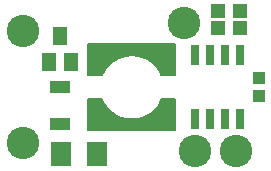
<source format=gts>
G75*
%MOIN*%
%OFA0B0*%
%FSLAX25Y25*%
%IPPOS*%
%LPD*%
%AMOC8*
5,1,8,0,0,1.08239X$1,22.5*
%
%ADD10R,0.05800X0.05800*%
%ADD11C,0.00500*%
%ADD12C,0.00160*%
%ADD13R,0.04737X0.06312*%
%ADD14C,0.10800*%
%ADD15R,0.07099X0.08280*%
%ADD16R,0.02965X0.06706*%
%ADD17R,0.07099X0.04343*%
%ADD18R,0.03950X0.03950*%
%ADD19R,0.04540X0.04540*%
D10*
X0060811Y0020939D03*
X0060811Y0044561D03*
D11*
X0063370Y0044372D02*
X0034630Y0044372D01*
X0034630Y0044870D02*
X0063370Y0044870D01*
X0063370Y0045369D02*
X0034630Y0045369D01*
X0034630Y0045868D02*
X0063370Y0045868D01*
X0063370Y0046366D02*
X0034630Y0046366D01*
X0034630Y0046865D02*
X0063370Y0046865D01*
X0063370Y0047120D02*
X0063370Y0036884D01*
X0058843Y0036884D01*
X0058480Y0038141D01*
X0057926Y0039326D01*
X0057192Y0040410D01*
X0056299Y0041366D01*
X0055267Y0042170D01*
X0054121Y0042803D01*
X0052891Y0043249D01*
X0051606Y0043497D01*
X0050299Y0043541D01*
X0049000Y0043380D01*
X0047694Y0043588D01*
X0046371Y0043580D01*
X0045068Y0043354D01*
X0043819Y0042918D01*
X0042659Y0042283D01*
X0041619Y0041466D01*
X0040727Y0040489D01*
X0040007Y0039379D01*
X0039479Y0038167D01*
X0039157Y0036884D01*
X0034630Y0036884D01*
X0034630Y0047120D01*
X0063370Y0047120D01*
X0063370Y0043873D02*
X0034630Y0043873D01*
X0034630Y0043375D02*
X0045189Y0043375D01*
X0043744Y0042876D02*
X0034630Y0042876D01*
X0034630Y0042378D02*
X0042834Y0042378D01*
X0042146Y0041879D02*
X0034630Y0041879D01*
X0034630Y0041381D02*
X0041542Y0041381D01*
X0041086Y0040882D02*
X0034630Y0040882D01*
X0034630Y0040384D02*
X0040659Y0040384D01*
X0040336Y0039885D02*
X0034630Y0039885D01*
X0034630Y0039387D02*
X0040012Y0039387D01*
X0039794Y0038888D02*
X0034630Y0038888D01*
X0034630Y0038390D02*
X0039577Y0038390D01*
X0039410Y0037891D02*
X0034630Y0037891D01*
X0034630Y0037393D02*
X0039285Y0037393D01*
X0039160Y0036894D02*
X0034630Y0036894D01*
X0034630Y0028616D02*
X0039157Y0028616D01*
X0039520Y0027359D01*
X0040074Y0026174D01*
X0040808Y0025090D01*
X0041701Y0024134D01*
X0042733Y0023330D01*
X0043879Y0022697D01*
X0045109Y0022251D01*
X0046394Y0022003D01*
X0047701Y0021959D01*
X0049000Y0022120D01*
X0050306Y0021912D01*
X0051629Y0021920D01*
X0052932Y0022146D01*
X0054181Y0022582D01*
X0055341Y0023217D01*
X0056381Y0024034D01*
X0057273Y0025011D01*
X0057993Y0026121D01*
X0058521Y0027333D01*
X0058843Y0028616D01*
X0063370Y0028616D01*
X0063370Y0018380D01*
X0034630Y0018380D01*
X0034630Y0028616D01*
X0034630Y0028420D02*
X0039214Y0028420D01*
X0039358Y0027921D02*
X0034630Y0027921D01*
X0034630Y0027423D02*
X0039501Y0027423D01*
X0039723Y0026924D02*
X0034630Y0026924D01*
X0034630Y0026426D02*
X0039956Y0026426D01*
X0040241Y0025927D02*
X0034630Y0025927D01*
X0034630Y0025429D02*
X0040578Y0025429D01*
X0040957Y0024930D02*
X0034630Y0024930D01*
X0034630Y0024432D02*
X0041423Y0024432D01*
X0041959Y0023933D02*
X0034630Y0023933D01*
X0034630Y0023434D02*
X0042599Y0023434D01*
X0043446Y0022936D02*
X0034630Y0022936D01*
X0034630Y0022437D02*
X0044594Y0022437D01*
X0050135Y0021939D02*
X0034630Y0021939D01*
X0034630Y0021440D02*
X0063370Y0021440D01*
X0063370Y0020942D02*
X0034630Y0020942D01*
X0034630Y0020443D02*
X0063370Y0020443D01*
X0063370Y0019945D02*
X0034630Y0019945D01*
X0034630Y0019446D02*
X0063370Y0019446D01*
X0063370Y0018948D02*
X0034630Y0018948D01*
X0034630Y0018449D02*
X0063370Y0018449D01*
X0063370Y0021939D02*
X0051736Y0021939D01*
X0053766Y0022437D02*
X0063370Y0022437D01*
X0063370Y0022936D02*
X0054827Y0022936D01*
X0055617Y0023434D02*
X0063370Y0023434D01*
X0063370Y0023933D02*
X0056252Y0023933D01*
X0056744Y0024432D02*
X0063370Y0024432D01*
X0063370Y0024930D02*
X0057199Y0024930D01*
X0057544Y0025429D02*
X0063370Y0025429D01*
X0063370Y0025927D02*
X0057867Y0025927D01*
X0058125Y0026426D02*
X0063370Y0026426D01*
X0063370Y0026924D02*
X0058342Y0026924D01*
X0058543Y0027423D02*
X0063370Y0027423D01*
X0063370Y0027921D02*
X0058668Y0027921D01*
X0058793Y0028420D02*
X0063370Y0028420D01*
X0063370Y0036894D02*
X0058840Y0036894D01*
X0058696Y0037393D02*
X0063370Y0037393D01*
X0063370Y0037891D02*
X0058552Y0037891D01*
X0058364Y0038390D02*
X0063370Y0038390D01*
X0063370Y0038888D02*
X0058131Y0038888D01*
X0057885Y0039387D02*
X0063370Y0039387D01*
X0063370Y0039885D02*
X0057548Y0039885D01*
X0057210Y0040384D02*
X0063370Y0040384D01*
X0063370Y0040882D02*
X0056751Y0040882D01*
X0056280Y0041381D02*
X0063370Y0041381D01*
X0063370Y0041879D02*
X0055640Y0041879D01*
X0054891Y0042378D02*
X0063370Y0042378D01*
X0063370Y0042876D02*
X0053919Y0042876D01*
X0052239Y0043375D02*
X0063370Y0043375D01*
D12*
X0037896Y0028107D02*
X0039223Y0028665D01*
X0039328Y0028427D01*
X0039440Y0028192D01*
X0039556Y0027960D01*
X0039679Y0027731D01*
X0039807Y0027505D01*
X0039941Y0027282D01*
X0040080Y0027062D01*
X0040224Y0026846D01*
X0040374Y0026633D01*
X0040528Y0026424D01*
X0040688Y0026219D01*
X0040853Y0026018D01*
X0041022Y0025821D01*
X0041196Y0025628D01*
X0041375Y0025440D01*
X0041559Y0025256D01*
X0041747Y0025076D01*
X0041939Y0024901D01*
X0042136Y0024731D01*
X0042336Y0024566D01*
X0042541Y0024405D01*
X0042749Y0024250D01*
X0042961Y0024100D01*
X0043177Y0023954D01*
X0043396Y0023815D01*
X0043618Y0023680D01*
X0043844Y0023552D01*
X0044073Y0023428D01*
X0044305Y0023310D01*
X0044539Y0023198D01*
X0044776Y0023092D01*
X0045016Y0022992D01*
X0045258Y0022897D01*
X0045503Y0022808D01*
X0045749Y0022726D01*
X0045997Y0022649D01*
X0046248Y0022579D01*
X0046499Y0022514D01*
X0046753Y0022456D01*
X0047007Y0022404D01*
X0047263Y0022358D01*
X0047520Y0022318D01*
X0047778Y0022285D01*
X0048037Y0022258D01*
X0048296Y0022237D01*
X0048555Y0022223D01*
X0048815Y0022215D01*
X0049075Y0022213D01*
X0049335Y0022218D01*
X0049594Y0022229D01*
X0049854Y0022246D01*
X0050113Y0022270D01*
X0050371Y0022300D01*
X0050628Y0022336D01*
X0050885Y0022378D01*
X0051140Y0022427D01*
X0051394Y0022482D01*
X0051647Y0022543D01*
X0051898Y0022610D01*
X0052147Y0022684D01*
X0052395Y0022763D01*
X0052640Y0022849D01*
X0052883Y0022940D01*
X0053125Y0023037D01*
X0053363Y0023140D01*
X0053599Y0023249D01*
X0053832Y0023364D01*
X0054063Y0023484D01*
X0054290Y0023610D01*
X0054514Y0023742D01*
X0054735Y0023878D01*
X0054953Y0024021D01*
X0055167Y0024168D01*
X0055377Y0024321D01*
X0055584Y0024478D01*
X0055787Y0024641D01*
X0055985Y0024809D01*
X0056180Y0024981D01*
X0056370Y0025158D01*
X0056556Y0025340D01*
X0056738Y0025526D01*
X0056914Y0025717D01*
X0057087Y0025911D01*
X0057254Y0026110D01*
X0057416Y0026313D01*
X0057574Y0026520D01*
X0057726Y0026731D01*
X0057873Y0026945D01*
X0058015Y0027163D01*
X0058151Y0027384D01*
X0058283Y0027608D01*
X0058408Y0027836D01*
X0058528Y0028067D01*
X0058642Y0028300D01*
X0058751Y0028536D01*
X0058854Y0028775D01*
X0060187Y0028232D01*
X0060071Y0027960D01*
X0059948Y0027692D01*
X0059818Y0027427D01*
X0059682Y0027165D01*
X0059540Y0026906D01*
X0059391Y0026651D01*
X0059236Y0026399D01*
X0059075Y0026152D01*
X0058908Y0025908D01*
X0058735Y0025669D01*
X0058557Y0025434D01*
X0058372Y0025203D01*
X0058182Y0024977D01*
X0057987Y0024756D01*
X0057786Y0024539D01*
X0057580Y0024328D01*
X0057369Y0024121D01*
X0057153Y0023920D01*
X0056932Y0023724D01*
X0056707Y0023533D01*
X0056477Y0023348D01*
X0056242Y0023169D01*
X0056003Y0022996D01*
X0055760Y0022828D01*
X0055513Y0022666D01*
X0055262Y0022511D01*
X0055007Y0022361D01*
X0054749Y0022218D01*
X0054487Y0022081D01*
X0054222Y0021951D01*
X0053954Y0021827D01*
X0053683Y0021710D01*
X0053409Y0021599D01*
X0053133Y0021495D01*
X0052854Y0021398D01*
X0052573Y0021308D01*
X0052290Y0021225D01*
X0052005Y0021148D01*
X0051718Y0021079D01*
X0051429Y0021016D01*
X0051139Y0020961D01*
X0050848Y0020913D01*
X0050555Y0020871D01*
X0050262Y0020837D01*
X0049968Y0020811D01*
X0049673Y0020791D01*
X0049378Y0020778D01*
X0049083Y0020773D01*
X0048788Y0020775D01*
X0048493Y0020784D01*
X0048198Y0020801D01*
X0047903Y0020824D01*
X0047610Y0020855D01*
X0047317Y0020893D01*
X0047025Y0020938D01*
X0046734Y0020990D01*
X0046445Y0021049D01*
X0046157Y0021115D01*
X0045871Y0021189D01*
X0045587Y0021269D01*
X0045305Y0021356D01*
X0045025Y0021450D01*
X0044748Y0021551D01*
X0044473Y0021658D01*
X0044200Y0021772D01*
X0043931Y0021893D01*
X0043664Y0022021D01*
X0043401Y0022154D01*
X0043141Y0022295D01*
X0042885Y0022441D01*
X0042632Y0022594D01*
X0042383Y0022753D01*
X0042138Y0022918D01*
X0041898Y0023088D01*
X0041661Y0023265D01*
X0041429Y0023447D01*
X0041201Y0023635D01*
X0040978Y0023829D01*
X0040760Y0024028D01*
X0040546Y0024232D01*
X0040338Y0024441D01*
X0040135Y0024655D01*
X0039937Y0024875D01*
X0039745Y0025099D01*
X0039558Y0025327D01*
X0039376Y0025560D01*
X0039201Y0025798D01*
X0039031Y0026039D01*
X0038867Y0026285D01*
X0038710Y0026535D01*
X0038558Y0026788D01*
X0038413Y0027045D01*
X0038274Y0027306D01*
X0038141Y0027569D01*
X0038015Y0027836D01*
X0037895Y0028106D01*
X0038035Y0028165D01*
X0038153Y0027898D01*
X0038277Y0027635D01*
X0038408Y0027374D01*
X0038546Y0027117D01*
X0038689Y0026863D01*
X0038839Y0026613D01*
X0038994Y0026366D01*
X0039156Y0026124D01*
X0039324Y0025885D01*
X0039497Y0025651D01*
X0039676Y0025421D01*
X0039861Y0025195D01*
X0040051Y0024974D01*
X0040246Y0024757D01*
X0040447Y0024546D01*
X0040652Y0024339D01*
X0040863Y0024138D01*
X0041079Y0023941D01*
X0041299Y0023750D01*
X0041524Y0023565D01*
X0041753Y0023385D01*
X0041987Y0023210D01*
X0042225Y0023042D01*
X0042467Y0022879D01*
X0042712Y0022722D01*
X0042962Y0022571D01*
X0043215Y0022426D01*
X0043472Y0022288D01*
X0043732Y0022156D01*
X0043995Y0022030D01*
X0044261Y0021911D01*
X0044530Y0021798D01*
X0044801Y0021692D01*
X0045075Y0021592D01*
X0045352Y0021500D01*
X0045630Y0021414D01*
X0045911Y0021334D01*
X0046193Y0021262D01*
X0046477Y0021197D01*
X0046763Y0021138D01*
X0047050Y0021087D01*
X0047338Y0021042D01*
X0047627Y0021005D01*
X0047917Y0020975D01*
X0048208Y0020951D01*
X0048499Y0020935D01*
X0048791Y0020926D01*
X0049082Y0020924D01*
X0049374Y0020929D01*
X0049665Y0020942D01*
X0049956Y0020961D01*
X0050246Y0020988D01*
X0050536Y0021021D01*
X0050825Y0021062D01*
X0051112Y0021110D01*
X0051399Y0021164D01*
X0051684Y0021226D01*
X0051967Y0021294D01*
X0052249Y0021370D01*
X0052528Y0021452D01*
X0052806Y0021541D01*
X0053081Y0021637D01*
X0053354Y0021740D01*
X0053625Y0021849D01*
X0053892Y0021965D01*
X0054157Y0022087D01*
X0054418Y0022216D01*
X0054677Y0022351D01*
X0054932Y0022492D01*
X0055183Y0022640D01*
X0055431Y0022793D01*
X0055675Y0022953D01*
X0055915Y0023118D01*
X0056151Y0023290D01*
X0056383Y0023467D01*
X0056610Y0023649D01*
X0056833Y0023838D01*
X0057051Y0024031D01*
X0057264Y0024230D01*
X0057473Y0024434D01*
X0057676Y0024643D01*
X0057874Y0024856D01*
X0058067Y0025075D01*
X0058255Y0025298D01*
X0058437Y0025526D01*
X0058613Y0025758D01*
X0058784Y0025995D01*
X0058949Y0026235D01*
X0059108Y0026479D01*
X0059261Y0026728D01*
X0059408Y0026980D01*
X0059548Y0027235D01*
X0059683Y0027494D01*
X0059811Y0027756D01*
X0059932Y0028021D01*
X0060048Y0028289D01*
X0059908Y0028346D01*
X0059794Y0028081D01*
X0059674Y0027819D01*
X0059548Y0027561D01*
X0059415Y0027305D01*
X0059276Y0027053D01*
X0059131Y0026805D01*
X0058980Y0026560D01*
X0058823Y0026318D01*
X0058660Y0026081D01*
X0058492Y0025847D01*
X0058317Y0025618D01*
X0058138Y0025393D01*
X0057952Y0025173D01*
X0057762Y0024957D01*
X0057566Y0024746D01*
X0057365Y0024540D01*
X0057160Y0024339D01*
X0056949Y0024142D01*
X0056734Y0023951D01*
X0056514Y0023766D01*
X0056289Y0023585D01*
X0056061Y0023411D01*
X0055828Y0023241D01*
X0055591Y0023078D01*
X0055350Y0022920D01*
X0055105Y0022769D01*
X0054857Y0022623D01*
X0054605Y0022484D01*
X0054350Y0022350D01*
X0054092Y0022223D01*
X0053830Y0022103D01*
X0053566Y0021988D01*
X0053299Y0021881D01*
X0053030Y0021779D01*
X0052758Y0021685D01*
X0052484Y0021597D01*
X0052208Y0021515D01*
X0051929Y0021441D01*
X0051650Y0021373D01*
X0051368Y0021312D01*
X0051086Y0021258D01*
X0050802Y0021211D01*
X0050517Y0021171D01*
X0050231Y0021138D01*
X0049944Y0021112D01*
X0049657Y0021092D01*
X0049369Y0021080D01*
X0049081Y0021075D01*
X0048793Y0021077D01*
X0048506Y0021086D01*
X0048218Y0021102D01*
X0047931Y0021125D01*
X0047645Y0021155D01*
X0047360Y0021192D01*
X0047075Y0021236D01*
X0046792Y0021286D01*
X0046510Y0021344D01*
X0046229Y0021409D01*
X0045950Y0021480D01*
X0045673Y0021558D01*
X0045398Y0021643D01*
X0045125Y0021735D01*
X0044855Y0021833D01*
X0044587Y0021938D01*
X0044321Y0022049D01*
X0044058Y0022167D01*
X0043799Y0022291D01*
X0043542Y0022422D01*
X0043289Y0022558D01*
X0043039Y0022701D01*
X0042792Y0022850D01*
X0042550Y0023005D01*
X0042311Y0023165D01*
X0042076Y0023332D01*
X0041845Y0023504D01*
X0041619Y0023682D01*
X0041397Y0023865D01*
X0041179Y0024054D01*
X0040967Y0024248D01*
X0040759Y0024447D01*
X0040556Y0024651D01*
X0040357Y0024859D01*
X0040165Y0025073D01*
X0039977Y0025291D01*
X0039795Y0025514D01*
X0039618Y0025741D01*
X0039447Y0025973D01*
X0039281Y0026208D01*
X0039122Y0026448D01*
X0038968Y0026691D01*
X0038820Y0026938D01*
X0038678Y0027189D01*
X0038543Y0027443D01*
X0038413Y0027700D01*
X0038290Y0027960D01*
X0038174Y0028223D01*
X0038313Y0028282D01*
X0038428Y0028022D01*
X0038550Y0027765D01*
X0038677Y0027511D01*
X0038811Y0027261D01*
X0038951Y0027013D01*
X0039097Y0026770D01*
X0039249Y0026529D01*
X0039406Y0026293D01*
X0039570Y0026060D01*
X0039739Y0025832D01*
X0039913Y0025608D01*
X0040093Y0025388D01*
X0040278Y0025172D01*
X0040469Y0024961D01*
X0040664Y0024755D01*
X0040865Y0024554D01*
X0041070Y0024358D01*
X0041280Y0024166D01*
X0041495Y0023980D01*
X0041714Y0023799D01*
X0041938Y0023624D01*
X0042165Y0023454D01*
X0042397Y0023289D01*
X0042633Y0023131D01*
X0042873Y0022978D01*
X0043116Y0022831D01*
X0043362Y0022690D01*
X0043613Y0022555D01*
X0043866Y0022426D01*
X0044122Y0022304D01*
X0044382Y0022188D01*
X0044644Y0022078D01*
X0044908Y0021974D01*
X0045175Y0021877D01*
X0045445Y0021787D01*
X0045716Y0021703D01*
X0045990Y0021626D01*
X0046265Y0021555D01*
X0046542Y0021492D01*
X0046820Y0021435D01*
X0047100Y0021385D01*
X0047381Y0021341D01*
X0047663Y0021305D01*
X0047945Y0021275D01*
X0048229Y0021253D01*
X0048512Y0021237D01*
X0048796Y0021228D01*
X0049080Y0021226D01*
X0049365Y0021231D01*
X0049648Y0021243D01*
X0049932Y0021262D01*
X0050215Y0021288D01*
X0050497Y0021321D01*
X0050779Y0021360D01*
X0051059Y0021407D01*
X0051338Y0021460D01*
X0051616Y0021520D01*
X0051892Y0021587D01*
X0052166Y0021661D01*
X0052439Y0021741D01*
X0052710Y0021828D01*
X0052978Y0021921D01*
X0053244Y0022021D01*
X0053507Y0022128D01*
X0053768Y0022240D01*
X0054026Y0022359D01*
X0054281Y0022485D01*
X0054533Y0022616D01*
X0054782Y0022754D01*
X0055027Y0022898D01*
X0055268Y0023048D01*
X0055506Y0023203D01*
X0055740Y0023364D01*
X0055970Y0023531D01*
X0056196Y0023704D01*
X0056417Y0023882D01*
X0056634Y0024065D01*
X0056847Y0024254D01*
X0057055Y0024447D01*
X0057258Y0024646D01*
X0057456Y0024850D01*
X0057650Y0025058D01*
X0057838Y0025271D01*
X0058020Y0025489D01*
X0058198Y0025710D01*
X0058370Y0025937D01*
X0058536Y0026167D01*
X0058697Y0026401D01*
X0058852Y0026640D01*
X0059001Y0026881D01*
X0059144Y0027127D01*
X0059281Y0027376D01*
X0059412Y0027628D01*
X0059537Y0027883D01*
X0059656Y0028141D01*
X0059768Y0028403D01*
X0059628Y0028460D01*
X0059517Y0028202D01*
X0059400Y0027947D01*
X0059277Y0027695D01*
X0059148Y0027446D01*
X0059012Y0027201D01*
X0058871Y0026958D01*
X0058724Y0026720D01*
X0058571Y0026485D01*
X0058412Y0026253D01*
X0058248Y0026026D01*
X0058078Y0025803D01*
X0057903Y0025584D01*
X0057723Y0025369D01*
X0057537Y0025159D01*
X0057346Y0024953D01*
X0057151Y0024752D01*
X0056950Y0024556D01*
X0056745Y0024365D01*
X0056535Y0024179D01*
X0056321Y0023998D01*
X0056102Y0023822D01*
X0055879Y0023652D01*
X0055652Y0023487D01*
X0055421Y0023328D01*
X0055187Y0023175D01*
X0054948Y0023027D01*
X0054706Y0022885D01*
X0054461Y0022749D01*
X0054212Y0022619D01*
X0053961Y0022496D01*
X0053706Y0022378D01*
X0053449Y0022267D01*
X0053189Y0022162D01*
X0052926Y0022063D01*
X0052661Y0021971D01*
X0052394Y0021885D01*
X0052125Y0021806D01*
X0051854Y0021733D01*
X0051582Y0021667D01*
X0051308Y0021608D01*
X0051032Y0021555D01*
X0050756Y0021510D01*
X0050478Y0021470D01*
X0050199Y0021438D01*
X0049920Y0021413D01*
X0049640Y0021394D01*
X0049360Y0021382D01*
X0049080Y0021377D01*
X0048799Y0021379D01*
X0048519Y0021388D01*
X0048239Y0021403D01*
X0047959Y0021426D01*
X0047680Y0021455D01*
X0047402Y0021491D01*
X0047125Y0021533D01*
X0046849Y0021583D01*
X0046574Y0021639D01*
X0046301Y0021702D01*
X0046029Y0021772D01*
X0045759Y0021848D01*
X0045491Y0021931D01*
X0045225Y0022020D01*
X0044962Y0022115D01*
X0044701Y0022218D01*
X0044442Y0022326D01*
X0044186Y0022441D01*
X0043933Y0022562D01*
X0043683Y0022689D01*
X0043436Y0022822D01*
X0043193Y0022961D01*
X0042953Y0023106D01*
X0042716Y0023257D01*
X0042483Y0023413D01*
X0042255Y0023576D01*
X0042030Y0023743D01*
X0041809Y0023916D01*
X0041593Y0024095D01*
X0041381Y0024279D01*
X0041174Y0024467D01*
X0040971Y0024661D01*
X0040773Y0024860D01*
X0040580Y0025063D01*
X0040392Y0025272D01*
X0040209Y0025484D01*
X0040032Y0025701D01*
X0039859Y0025923D01*
X0039693Y0026148D01*
X0039531Y0026378D01*
X0039376Y0026611D01*
X0039226Y0026848D01*
X0039082Y0027089D01*
X0038944Y0027333D01*
X0038812Y0027580D01*
X0038686Y0027831D01*
X0038566Y0028084D01*
X0038452Y0028341D01*
X0038591Y0028399D01*
X0038704Y0028146D01*
X0038822Y0027896D01*
X0038946Y0027649D01*
X0039077Y0027405D01*
X0039213Y0027164D01*
X0039355Y0026926D01*
X0039503Y0026692D01*
X0039657Y0026462D01*
X0039816Y0026236D01*
X0039980Y0026013D01*
X0040150Y0025795D01*
X0040326Y0025581D01*
X0040506Y0025371D01*
X0040691Y0025165D01*
X0040882Y0024965D01*
X0041077Y0024769D01*
X0041277Y0024577D01*
X0041482Y0024391D01*
X0041691Y0024210D01*
X0041904Y0024034D01*
X0042122Y0023863D01*
X0042344Y0023697D01*
X0042570Y0023537D01*
X0042799Y0023383D01*
X0043033Y0023234D01*
X0043270Y0023091D01*
X0043510Y0022954D01*
X0043753Y0022822D01*
X0044000Y0022697D01*
X0044250Y0022578D01*
X0044502Y0022464D01*
X0044758Y0022357D01*
X0045015Y0022257D01*
X0045275Y0022162D01*
X0045538Y0022074D01*
X0045802Y0021993D01*
X0046069Y0021917D01*
X0046337Y0021849D01*
X0046606Y0021787D01*
X0046878Y0021731D01*
X0047150Y0021682D01*
X0047423Y0021640D01*
X0047698Y0021605D01*
X0047973Y0021576D01*
X0048249Y0021554D01*
X0048525Y0021539D01*
X0048802Y0021530D01*
X0049079Y0021528D01*
X0049355Y0021533D01*
X0049632Y0021545D01*
X0049908Y0021563D01*
X0050184Y0021588D01*
X0050459Y0021620D01*
X0050733Y0021659D01*
X0051006Y0021704D01*
X0051277Y0021756D01*
X0051548Y0021814D01*
X0051817Y0021880D01*
X0052084Y0021951D01*
X0052350Y0022029D01*
X0052613Y0022114D01*
X0052875Y0022205D01*
X0053134Y0022302D01*
X0053390Y0022406D01*
X0053644Y0022516D01*
X0053895Y0022632D01*
X0054144Y0022754D01*
X0054389Y0022882D01*
X0054631Y0023016D01*
X0054870Y0023156D01*
X0055105Y0023302D01*
X0055337Y0023453D01*
X0055565Y0023610D01*
X0055789Y0023773D01*
X0056009Y0023941D01*
X0056224Y0024114D01*
X0056436Y0024293D01*
X0056643Y0024476D01*
X0056845Y0024665D01*
X0057043Y0024858D01*
X0057236Y0025057D01*
X0057425Y0025259D01*
X0057608Y0025467D01*
X0057786Y0025679D01*
X0057959Y0025895D01*
X0058126Y0026115D01*
X0058288Y0026340D01*
X0058445Y0026568D01*
X0058596Y0026800D01*
X0058741Y0027035D01*
X0058881Y0027274D01*
X0059014Y0027517D01*
X0059142Y0027762D01*
X0059263Y0028011D01*
X0059379Y0028262D01*
X0059488Y0028516D01*
X0059348Y0028573D01*
X0059240Y0028323D01*
X0059126Y0028075D01*
X0059006Y0027829D01*
X0058881Y0027587D01*
X0058749Y0027348D01*
X0058611Y0027112D01*
X0058468Y0026880D01*
X0058319Y0026651D01*
X0058164Y0026426D01*
X0058004Y0026204D01*
X0057839Y0025987D01*
X0057669Y0025774D01*
X0057493Y0025565D01*
X0057312Y0025360D01*
X0057126Y0025160D01*
X0056936Y0024964D01*
X0056741Y0024774D01*
X0056541Y0024588D01*
X0056337Y0024406D01*
X0056128Y0024230D01*
X0055915Y0024059D01*
X0055698Y0023894D01*
X0055477Y0023733D01*
X0055252Y0023578D01*
X0055024Y0023429D01*
X0054792Y0023285D01*
X0054556Y0023147D01*
X0054317Y0023015D01*
X0054075Y0022888D01*
X0053830Y0022768D01*
X0053582Y0022653D01*
X0053332Y0022545D01*
X0053078Y0022443D01*
X0052823Y0022347D01*
X0052565Y0022257D01*
X0052305Y0022174D01*
X0052043Y0022096D01*
X0051779Y0022026D01*
X0051514Y0021962D01*
X0051247Y0021904D01*
X0050979Y0021853D01*
X0050710Y0021808D01*
X0050439Y0021770D01*
X0050168Y0021739D01*
X0049896Y0021714D01*
X0049624Y0021696D01*
X0049351Y0021684D01*
X0049078Y0021679D01*
X0048805Y0021681D01*
X0048532Y0021689D01*
X0048259Y0021705D01*
X0047987Y0021726D01*
X0047716Y0021755D01*
X0047445Y0021790D01*
X0047175Y0021831D01*
X0046906Y0021879D01*
X0046639Y0021934D01*
X0046373Y0021995D01*
X0046108Y0022063D01*
X0045845Y0022137D01*
X0045584Y0022218D01*
X0045326Y0022305D01*
X0045069Y0022398D01*
X0044815Y0022497D01*
X0044563Y0022603D01*
X0044314Y0022714D01*
X0044067Y0022832D01*
X0043824Y0022956D01*
X0043584Y0023085D01*
X0043346Y0023221D01*
X0043113Y0023362D01*
X0042883Y0023509D01*
X0042656Y0023661D01*
X0042433Y0023819D01*
X0042214Y0023982D01*
X0042000Y0024151D01*
X0041789Y0024325D01*
X0041583Y0024503D01*
X0041381Y0024687D01*
X0041183Y0024876D01*
X0040991Y0025069D01*
X0040803Y0025268D01*
X0040620Y0025470D01*
X0040442Y0025677D01*
X0040269Y0025888D01*
X0040101Y0026104D01*
X0039939Y0026323D01*
X0039782Y0026547D01*
X0039630Y0026774D01*
X0039484Y0027005D01*
X0039344Y0027239D01*
X0039209Y0027477D01*
X0039081Y0027717D01*
X0038958Y0027961D01*
X0038841Y0028208D01*
X0038731Y0028458D01*
X0038870Y0028516D01*
X0038979Y0028270D01*
X0039094Y0028027D01*
X0039215Y0027786D01*
X0039342Y0027548D01*
X0039475Y0027314D01*
X0039613Y0027083D01*
X0039757Y0026855D01*
X0039907Y0026631D01*
X0040062Y0026411D01*
X0040222Y0026194D01*
X0040387Y0025982D01*
X0040558Y0025774D01*
X0040734Y0025569D01*
X0040914Y0025370D01*
X0041099Y0025174D01*
X0041290Y0024983D01*
X0041484Y0024797D01*
X0041683Y0024616D01*
X0041887Y0024440D01*
X0042095Y0024268D01*
X0042307Y0024102D01*
X0042523Y0023941D01*
X0042742Y0023785D01*
X0042966Y0023635D01*
X0043193Y0023490D01*
X0043423Y0023351D01*
X0043657Y0023217D01*
X0043894Y0023089D01*
X0044134Y0022967D01*
X0044377Y0022851D01*
X0044623Y0022741D01*
X0044872Y0022637D01*
X0045122Y0022539D01*
X0045376Y0022447D01*
X0045631Y0022361D01*
X0045888Y0022282D01*
X0046148Y0022209D01*
X0046408Y0022142D01*
X0046671Y0022082D01*
X0046935Y0022028D01*
X0047200Y0021980D01*
X0047466Y0021939D01*
X0047733Y0021905D01*
X0048001Y0021877D01*
X0048270Y0021855D01*
X0048538Y0021840D01*
X0048808Y0021832D01*
X0049077Y0021830D01*
X0049346Y0021835D01*
X0049615Y0021846D01*
X0049884Y0021864D01*
X0050152Y0021889D01*
X0050420Y0021920D01*
X0050687Y0021957D01*
X0050952Y0022001D01*
X0051217Y0022052D01*
X0051480Y0022109D01*
X0051742Y0022172D01*
X0052002Y0022242D01*
X0052260Y0022318D01*
X0052517Y0022400D01*
X0052771Y0022489D01*
X0053023Y0022583D01*
X0053273Y0022684D01*
X0053520Y0022791D01*
X0053765Y0022904D01*
X0054007Y0023023D01*
X0054245Y0023148D01*
X0054481Y0023278D01*
X0054713Y0023414D01*
X0054942Y0023556D01*
X0055168Y0023703D01*
X0055389Y0023856D01*
X0055607Y0024014D01*
X0055821Y0024178D01*
X0056031Y0024346D01*
X0056237Y0024520D01*
X0056439Y0024699D01*
X0056636Y0024882D01*
X0056829Y0025071D01*
X0057016Y0025264D01*
X0057200Y0025461D01*
X0057378Y0025663D01*
X0057551Y0025869D01*
X0057720Y0026079D01*
X0057883Y0026294D01*
X0058040Y0026512D01*
X0058193Y0026734D01*
X0058340Y0026960D01*
X0058481Y0027189D01*
X0058617Y0027422D01*
X0058747Y0027657D01*
X0058871Y0027896D01*
X0058990Y0028138D01*
X0059102Y0028383D01*
X0059209Y0028630D01*
X0059069Y0028687D01*
X0058964Y0028443D01*
X0058853Y0028202D01*
X0058736Y0027964D01*
X0058613Y0027728D01*
X0058485Y0027495D01*
X0058351Y0027266D01*
X0058212Y0027040D01*
X0058067Y0026817D01*
X0057916Y0026598D01*
X0057761Y0026383D01*
X0057600Y0026172D01*
X0057434Y0025964D01*
X0057263Y0025761D01*
X0057087Y0025562D01*
X0056907Y0025367D01*
X0056721Y0025177D01*
X0056531Y0024991D01*
X0056337Y0024810D01*
X0056138Y0024634D01*
X0055935Y0024463D01*
X0055728Y0024296D01*
X0055517Y0024135D01*
X0055302Y0023979D01*
X0055083Y0023828D01*
X0054861Y0023683D01*
X0054635Y0023543D01*
X0054406Y0023409D01*
X0054173Y0023280D01*
X0053938Y0023157D01*
X0053699Y0023040D01*
X0053458Y0022929D01*
X0053215Y0022823D01*
X0052968Y0022724D01*
X0052720Y0022631D01*
X0052469Y0022543D01*
X0052216Y0022462D01*
X0051961Y0022387D01*
X0051704Y0022318D01*
X0051446Y0022256D01*
X0051187Y0022200D01*
X0050926Y0022150D01*
X0050664Y0022107D01*
X0050401Y0022070D01*
X0050137Y0022039D01*
X0049872Y0022015D01*
X0049607Y0021997D01*
X0049342Y0021986D01*
X0049076Y0021981D01*
X0048811Y0021983D01*
X0048545Y0021991D01*
X0048280Y0022006D01*
X0048015Y0022027D01*
X0047751Y0022055D01*
X0047487Y0022089D01*
X0047225Y0022129D01*
X0046963Y0022176D01*
X0046703Y0022229D01*
X0046444Y0022289D01*
X0046187Y0022355D01*
X0045931Y0022427D01*
X0045678Y0022505D01*
X0045426Y0022590D01*
X0045176Y0022680D01*
X0044929Y0022777D01*
X0044684Y0022880D01*
X0044441Y0022988D01*
X0044202Y0023103D01*
X0043965Y0023223D01*
X0043731Y0023349D01*
X0043500Y0023481D01*
X0043273Y0023618D01*
X0043049Y0023761D01*
X0042829Y0023909D01*
X0042612Y0024063D01*
X0042399Y0024221D01*
X0042190Y0024385D01*
X0041985Y0024554D01*
X0041784Y0024728D01*
X0041588Y0024907D01*
X0041396Y0025091D01*
X0041208Y0025279D01*
X0041025Y0025472D01*
X0040847Y0025669D01*
X0040674Y0025870D01*
X0040506Y0026076D01*
X0040343Y0026285D01*
X0040185Y0026499D01*
X0040032Y0026716D01*
X0039884Y0026937D01*
X0039742Y0027161D01*
X0039606Y0027389D01*
X0039475Y0027620D01*
X0039350Y0027855D01*
X0039230Y0028092D01*
X0039117Y0028332D01*
X0039009Y0028575D01*
X0039148Y0028633D01*
X0039254Y0028394D01*
X0039366Y0028157D01*
X0039484Y0027923D01*
X0039608Y0027692D01*
X0039737Y0027464D01*
X0039871Y0027240D01*
X0040012Y0027018D01*
X0040157Y0026800D01*
X0040308Y0026586D01*
X0040463Y0026376D01*
X0040624Y0026169D01*
X0040790Y0025966D01*
X0040961Y0025768D01*
X0041137Y0025574D01*
X0041317Y0025384D01*
X0041502Y0025198D01*
X0041691Y0025017D01*
X0041885Y0024841D01*
X0042083Y0024669D01*
X0042285Y0024503D01*
X0042491Y0024341D01*
X0042701Y0024184D01*
X0042915Y0024033D01*
X0043132Y0023887D01*
X0043353Y0023746D01*
X0043577Y0023611D01*
X0043805Y0023481D01*
X0044035Y0023357D01*
X0044269Y0023238D01*
X0044505Y0023125D01*
X0044744Y0023018D01*
X0044986Y0022917D01*
X0045230Y0022821D01*
X0045476Y0022732D01*
X0045724Y0022649D01*
X0045974Y0022571D01*
X0046226Y0022500D01*
X0046480Y0022435D01*
X0046735Y0022377D01*
X0046992Y0022324D01*
X0047250Y0022278D01*
X0047509Y0022238D01*
X0047769Y0022205D01*
X0048029Y0022177D01*
X0048290Y0022156D01*
X0048552Y0022142D01*
X0048813Y0022134D01*
X0049075Y0022132D01*
X0049337Y0022137D01*
X0049599Y0022148D01*
X0049860Y0022165D01*
X0050121Y0022189D01*
X0050381Y0022219D01*
X0050641Y0022256D01*
X0050899Y0022299D01*
X0051156Y0022348D01*
X0051412Y0022403D01*
X0051667Y0022465D01*
X0051920Y0022532D01*
X0052171Y0022606D01*
X0052421Y0022686D01*
X0052668Y0022772D01*
X0052913Y0022865D01*
X0053156Y0022963D01*
X0053396Y0023067D01*
X0053634Y0023176D01*
X0053869Y0023292D01*
X0054101Y0023413D01*
X0054331Y0023540D01*
X0054556Y0023672D01*
X0054779Y0023810D01*
X0054998Y0023954D01*
X0055214Y0024102D01*
X0055426Y0024256D01*
X0055634Y0024415D01*
X0055839Y0024579D01*
X0056039Y0024748D01*
X0056235Y0024921D01*
X0056426Y0025100D01*
X0056614Y0025283D01*
X0056797Y0025471D01*
X0056975Y0025663D01*
X0057148Y0025859D01*
X0057317Y0026059D01*
X0057480Y0026264D01*
X0057639Y0026472D01*
X0057792Y0026684D01*
X0057941Y0026900D01*
X0058084Y0027120D01*
X0058221Y0027343D01*
X0058353Y0027569D01*
X0058480Y0027798D01*
X0058601Y0028031D01*
X0058716Y0028266D01*
X0058825Y0028504D01*
X0058929Y0028744D01*
X0060104Y0037393D02*
X0058777Y0036835D01*
X0058672Y0037073D01*
X0058560Y0037308D01*
X0058444Y0037540D01*
X0058321Y0037769D01*
X0058193Y0037995D01*
X0058059Y0038218D01*
X0057920Y0038438D01*
X0057776Y0038654D01*
X0057626Y0038867D01*
X0057472Y0039076D01*
X0057312Y0039281D01*
X0057147Y0039482D01*
X0056978Y0039679D01*
X0056804Y0039872D01*
X0056625Y0040060D01*
X0056441Y0040244D01*
X0056253Y0040424D01*
X0056061Y0040599D01*
X0055864Y0040769D01*
X0055664Y0040934D01*
X0055459Y0041095D01*
X0055251Y0041250D01*
X0055039Y0041400D01*
X0054823Y0041546D01*
X0054604Y0041685D01*
X0054382Y0041820D01*
X0054156Y0041948D01*
X0053927Y0042072D01*
X0053695Y0042190D01*
X0053461Y0042302D01*
X0053224Y0042408D01*
X0052984Y0042508D01*
X0052742Y0042603D01*
X0052497Y0042692D01*
X0052251Y0042774D01*
X0052003Y0042851D01*
X0051752Y0042921D01*
X0051501Y0042986D01*
X0051247Y0043044D01*
X0050993Y0043096D01*
X0050737Y0043142D01*
X0050480Y0043182D01*
X0050222Y0043215D01*
X0049963Y0043242D01*
X0049704Y0043263D01*
X0049445Y0043277D01*
X0049185Y0043285D01*
X0048925Y0043287D01*
X0048665Y0043282D01*
X0048406Y0043271D01*
X0048146Y0043254D01*
X0047887Y0043230D01*
X0047629Y0043200D01*
X0047372Y0043164D01*
X0047115Y0043122D01*
X0046860Y0043073D01*
X0046606Y0043018D01*
X0046353Y0042957D01*
X0046102Y0042890D01*
X0045853Y0042816D01*
X0045605Y0042737D01*
X0045360Y0042651D01*
X0045117Y0042560D01*
X0044875Y0042463D01*
X0044637Y0042360D01*
X0044401Y0042251D01*
X0044168Y0042136D01*
X0043937Y0042016D01*
X0043710Y0041890D01*
X0043486Y0041758D01*
X0043265Y0041622D01*
X0043047Y0041479D01*
X0042833Y0041332D01*
X0042623Y0041179D01*
X0042416Y0041022D01*
X0042213Y0040859D01*
X0042015Y0040691D01*
X0041820Y0040519D01*
X0041630Y0040342D01*
X0041444Y0040160D01*
X0041262Y0039974D01*
X0041086Y0039783D01*
X0040913Y0039589D01*
X0040746Y0039390D01*
X0040584Y0039187D01*
X0040426Y0038980D01*
X0040274Y0038769D01*
X0040127Y0038555D01*
X0039985Y0038337D01*
X0039849Y0038116D01*
X0039717Y0037892D01*
X0039592Y0037664D01*
X0039472Y0037433D01*
X0039358Y0037200D01*
X0039249Y0036964D01*
X0039146Y0036725D01*
X0037813Y0037268D01*
X0037929Y0037540D01*
X0038052Y0037808D01*
X0038182Y0038073D01*
X0038318Y0038335D01*
X0038460Y0038594D01*
X0038609Y0038849D01*
X0038764Y0039101D01*
X0038925Y0039348D01*
X0039092Y0039592D01*
X0039265Y0039831D01*
X0039443Y0040066D01*
X0039628Y0040297D01*
X0039818Y0040523D01*
X0040013Y0040744D01*
X0040214Y0040961D01*
X0040420Y0041172D01*
X0040631Y0041379D01*
X0040847Y0041580D01*
X0041068Y0041776D01*
X0041293Y0041967D01*
X0041523Y0042152D01*
X0041758Y0042331D01*
X0041997Y0042504D01*
X0042240Y0042672D01*
X0042487Y0042834D01*
X0042738Y0042989D01*
X0042993Y0043139D01*
X0043251Y0043282D01*
X0043513Y0043419D01*
X0043778Y0043549D01*
X0044046Y0043673D01*
X0044317Y0043790D01*
X0044591Y0043901D01*
X0044867Y0044005D01*
X0045146Y0044102D01*
X0045427Y0044192D01*
X0045710Y0044275D01*
X0045995Y0044352D01*
X0046282Y0044421D01*
X0046571Y0044484D01*
X0046861Y0044539D01*
X0047152Y0044587D01*
X0047445Y0044629D01*
X0047738Y0044663D01*
X0048032Y0044689D01*
X0048327Y0044709D01*
X0048622Y0044722D01*
X0048917Y0044727D01*
X0049212Y0044725D01*
X0049507Y0044716D01*
X0049802Y0044699D01*
X0050097Y0044676D01*
X0050390Y0044645D01*
X0050683Y0044607D01*
X0050975Y0044562D01*
X0051266Y0044510D01*
X0051555Y0044451D01*
X0051843Y0044385D01*
X0052129Y0044311D01*
X0052413Y0044231D01*
X0052695Y0044144D01*
X0052975Y0044050D01*
X0053252Y0043949D01*
X0053527Y0043842D01*
X0053800Y0043728D01*
X0054069Y0043607D01*
X0054336Y0043479D01*
X0054599Y0043346D01*
X0054859Y0043205D01*
X0055115Y0043059D01*
X0055368Y0042906D01*
X0055617Y0042747D01*
X0055862Y0042582D01*
X0056102Y0042412D01*
X0056339Y0042235D01*
X0056571Y0042053D01*
X0056799Y0041865D01*
X0057022Y0041671D01*
X0057240Y0041472D01*
X0057454Y0041268D01*
X0057662Y0041059D01*
X0057865Y0040845D01*
X0058063Y0040625D01*
X0058255Y0040401D01*
X0058442Y0040173D01*
X0058624Y0039940D01*
X0058799Y0039702D01*
X0058969Y0039461D01*
X0059133Y0039215D01*
X0059290Y0038965D01*
X0059442Y0038712D01*
X0059587Y0038455D01*
X0059726Y0038194D01*
X0059859Y0037931D01*
X0059985Y0037664D01*
X0060105Y0037394D01*
X0059965Y0037335D01*
X0059847Y0037602D01*
X0059723Y0037865D01*
X0059592Y0038126D01*
X0059454Y0038383D01*
X0059311Y0038637D01*
X0059161Y0038887D01*
X0059006Y0039134D01*
X0058844Y0039376D01*
X0058676Y0039615D01*
X0058503Y0039849D01*
X0058324Y0040079D01*
X0058139Y0040305D01*
X0057949Y0040526D01*
X0057754Y0040743D01*
X0057553Y0040954D01*
X0057348Y0041161D01*
X0057137Y0041362D01*
X0056921Y0041559D01*
X0056701Y0041750D01*
X0056476Y0041935D01*
X0056247Y0042115D01*
X0056013Y0042290D01*
X0055775Y0042458D01*
X0055533Y0042621D01*
X0055288Y0042778D01*
X0055038Y0042929D01*
X0054785Y0043074D01*
X0054528Y0043212D01*
X0054268Y0043344D01*
X0054005Y0043470D01*
X0053739Y0043589D01*
X0053470Y0043702D01*
X0053199Y0043808D01*
X0052925Y0043908D01*
X0052648Y0044000D01*
X0052370Y0044086D01*
X0052089Y0044166D01*
X0051807Y0044238D01*
X0051523Y0044303D01*
X0051237Y0044362D01*
X0050950Y0044413D01*
X0050662Y0044458D01*
X0050373Y0044495D01*
X0050083Y0044525D01*
X0049792Y0044549D01*
X0049501Y0044565D01*
X0049209Y0044574D01*
X0048918Y0044576D01*
X0048626Y0044571D01*
X0048335Y0044558D01*
X0048044Y0044539D01*
X0047754Y0044512D01*
X0047464Y0044479D01*
X0047175Y0044438D01*
X0046888Y0044390D01*
X0046601Y0044336D01*
X0046316Y0044274D01*
X0046033Y0044206D01*
X0045751Y0044130D01*
X0045472Y0044048D01*
X0045194Y0043959D01*
X0044919Y0043863D01*
X0044646Y0043760D01*
X0044375Y0043651D01*
X0044108Y0043535D01*
X0043843Y0043413D01*
X0043582Y0043284D01*
X0043323Y0043149D01*
X0043068Y0043008D01*
X0042817Y0042860D01*
X0042569Y0042707D01*
X0042325Y0042547D01*
X0042085Y0042382D01*
X0041849Y0042210D01*
X0041617Y0042033D01*
X0041390Y0041851D01*
X0041167Y0041662D01*
X0040949Y0041469D01*
X0040736Y0041270D01*
X0040527Y0041066D01*
X0040324Y0040857D01*
X0040126Y0040644D01*
X0039933Y0040425D01*
X0039745Y0040202D01*
X0039563Y0039974D01*
X0039387Y0039742D01*
X0039216Y0039505D01*
X0039051Y0039265D01*
X0038892Y0039021D01*
X0038739Y0038772D01*
X0038592Y0038520D01*
X0038452Y0038265D01*
X0038317Y0038006D01*
X0038189Y0037744D01*
X0038068Y0037479D01*
X0037952Y0037211D01*
X0038092Y0037154D01*
X0038206Y0037419D01*
X0038326Y0037681D01*
X0038452Y0037939D01*
X0038585Y0038195D01*
X0038724Y0038447D01*
X0038869Y0038695D01*
X0039020Y0038940D01*
X0039177Y0039182D01*
X0039340Y0039419D01*
X0039508Y0039653D01*
X0039683Y0039882D01*
X0039862Y0040107D01*
X0040048Y0040327D01*
X0040238Y0040543D01*
X0040434Y0040754D01*
X0040635Y0040960D01*
X0040840Y0041161D01*
X0041051Y0041358D01*
X0041266Y0041549D01*
X0041486Y0041734D01*
X0041711Y0041915D01*
X0041939Y0042089D01*
X0042172Y0042259D01*
X0042409Y0042422D01*
X0042650Y0042580D01*
X0042895Y0042731D01*
X0043143Y0042877D01*
X0043395Y0043016D01*
X0043650Y0043150D01*
X0043908Y0043277D01*
X0044170Y0043397D01*
X0044434Y0043512D01*
X0044701Y0043619D01*
X0044970Y0043721D01*
X0045242Y0043815D01*
X0045516Y0043903D01*
X0045792Y0043985D01*
X0046071Y0044059D01*
X0046350Y0044127D01*
X0046632Y0044188D01*
X0046914Y0044242D01*
X0047198Y0044289D01*
X0047483Y0044329D01*
X0047769Y0044362D01*
X0048056Y0044388D01*
X0048343Y0044408D01*
X0048631Y0044420D01*
X0048919Y0044425D01*
X0049207Y0044423D01*
X0049494Y0044414D01*
X0049782Y0044398D01*
X0050069Y0044375D01*
X0050355Y0044345D01*
X0050640Y0044308D01*
X0050925Y0044264D01*
X0051208Y0044214D01*
X0051490Y0044156D01*
X0051771Y0044091D01*
X0052050Y0044020D01*
X0052327Y0043942D01*
X0052602Y0043857D01*
X0052875Y0043765D01*
X0053145Y0043667D01*
X0053413Y0043562D01*
X0053679Y0043451D01*
X0053942Y0043333D01*
X0054201Y0043209D01*
X0054458Y0043078D01*
X0054711Y0042942D01*
X0054961Y0042799D01*
X0055208Y0042650D01*
X0055450Y0042495D01*
X0055689Y0042335D01*
X0055924Y0042168D01*
X0056155Y0041996D01*
X0056381Y0041818D01*
X0056603Y0041635D01*
X0056821Y0041446D01*
X0057033Y0041252D01*
X0057241Y0041053D01*
X0057444Y0040849D01*
X0057643Y0040641D01*
X0057835Y0040427D01*
X0058023Y0040209D01*
X0058205Y0039986D01*
X0058382Y0039759D01*
X0058553Y0039527D01*
X0058719Y0039292D01*
X0058878Y0039052D01*
X0059032Y0038809D01*
X0059180Y0038562D01*
X0059322Y0038311D01*
X0059457Y0038057D01*
X0059587Y0037800D01*
X0059710Y0037540D01*
X0059826Y0037277D01*
X0059687Y0037218D01*
X0059572Y0037478D01*
X0059450Y0037735D01*
X0059323Y0037989D01*
X0059189Y0038239D01*
X0059049Y0038487D01*
X0058903Y0038730D01*
X0058751Y0038971D01*
X0058594Y0039207D01*
X0058430Y0039440D01*
X0058261Y0039668D01*
X0058087Y0039892D01*
X0057907Y0040112D01*
X0057722Y0040328D01*
X0057531Y0040539D01*
X0057336Y0040745D01*
X0057135Y0040946D01*
X0056930Y0041142D01*
X0056720Y0041334D01*
X0056505Y0041520D01*
X0056286Y0041701D01*
X0056062Y0041876D01*
X0055835Y0042046D01*
X0055603Y0042211D01*
X0055367Y0042369D01*
X0055127Y0042522D01*
X0054884Y0042669D01*
X0054638Y0042810D01*
X0054387Y0042945D01*
X0054134Y0043074D01*
X0053878Y0043196D01*
X0053618Y0043312D01*
X0053356Y0043422D01*
X0053092Y0043526D01*
X0052825Y0043623D01*
X0052555Y0043713D01*
X0052284Y0043797D01*
X0052010Y0043874D01*
X0051735Y0043945D01*
X0051458Y0044008D01*
X0051180Y0044065D01*
X0050900Y0044115D01*
X0050619Y0044159D01*
X0050337Y0044195D01*
X0050055Y0044225D01*
X0049771Y0044247D01*
X0049488Y0044263D01*
X0049204Y0044272D01*
X0048920Y0044274D01*
X0048635Y0044269D01*
X0048352Y0044257D01*
X0048068Y0044238D01*
X0047785Y0044212D01*
X0047503Y0044179D01*
X0047221Y0044140D01*
X0046941Y0044093D01*
X0046662Y0044040D01*
X0046384Y0043980D01*
X0046108Y0043913D01*
X0045834Y0043839D01*
X0045561Y0043759D01*
X0045290Y0043672D01*
X0045022Y0043579D01*
X0044756Y0043479D01*
X0044493Y0043372D01*
X0044232Y0043260D01*
X0043974Y0043141D01*
X0043719Y0043015D01*
X0043467Y0042884D01*
X0043218Y0042746D01*
X0042973Y0042602D01*
X0042732Y0042452D01*
X0042494Y0042297D01*
X0042260Y0042136D01*
X0042030Y0041969D01*
X0041804Y0041796D01*
X0041583Y0041618D01*
X0041366Y0041435D01*
X0041153Y0041246D01*
X0040945Y0041053D01*
X0040742Y0040854D01*
X0040544Y0040650D01*
X0040350Y0040442D01*
X0040162Y0040229D01*
X0039980Y0040011D01*
X0039802Y0039790D01*
X0039630Y0039563D01*
X0039464Y0039333D01*
X0039303Y0039099D01*
X0039148Y0038860D01*
X0038999Y0038619D01*
X0038856Y0038373D01*
X0038719Y0038124D01*
X0038588Y0037872D01*
X0038463Y0037617D01*
X0038344Y0037359D01*
X0038232Y0037097D01*
X0038372Y0037040D01*
X0038483Y0037298D01*
X0038600Y0037553D01*
X0038723Y0037805D01*
X0038852Y0038054D01*
X0038988Y0038299D01*
X0039129Y0038542D01*
X0039276Y0038780D01*
X0039429Y0039015D01*
X0039588Y0039247D01*
X0039752Y0039474D01*
X0039922Y0039697D01*
X0040097Y0039916D01*
X0040277Y0040131D01*
X0040463Y0040341D01*
X0040654Y0040547D01*
X0040849Y0040748D01*
X0041050Y0040944D01*
X0041255Y0041135D01*
X0041465Y0041321D01*
X0041679Y0041502D01*
X0041898Y0041678D01*
X0042121Y0041848D01*
X0042348Y0042013D01*
X0042579Y0042172D01*
X0042813Y0042325D01*
X0043052Y0042473D01*
X0043294Y0042615D01*
X0043539Y0042751D01*
X0043788Y0042881D01*
X0044039Y0043004D01*
X0044294Y0043122D01*
X0044551Y0043233D01*
X0044811Y0043338D01*
X0045074Y0043437D01*
X0045339Y0043529D01*
X0045606Y0043615D01*
X0045875Y0043694D01*
X0046146Y0043767D01*
X0046418Y0043833D01*
X0046692Y0043892D01*
X0046968Y0043945D01*
X0047244Y0043990D01*
X0047522Y0044030D01*
X0047801Y0044062D01*
X0048080Y0044087D01*
X0048360Y0044106D01*
X0048640Y0044118D01*
X0048920Y0044123D01*
X0049201Y0044121D01*
X0049481Y0044112D01*
X0049761Y0044097D01*
X0050041Y0044074D01*
X0050320Y0044045D01*
X0050598Y0044009D01*
X0050875Y0043967D01*
X0051151Y0043917D01*
X0051426Y0043861D01*
X0051699Y0043798D01*
X0051971Y0043728D01*
X0052241Y0043652D01*
X0052509Y0043569D01*
X0052775Y0043480D01*
X0053038Y0043385D01*
X0053299Y0043282D01*
X0053558Y0043174D01*
X0053814Y0043059D01*
X0054067Y0042938D01*
X0054317Y0042811D01*
X0054564Y0042678D01*
X0054807Y0042539D01*
X0055047Y0042394D01*
X0055284Y0042243D01*
X0055517Y0042087D01*
X0055745Y0041924D01*
X0055970Y0041757D01*
X0056191Y0041584D01*
X0056407Y0041405D01*
X0056619Y0041221D01*
X0056826Y0041033D01*
X0057029Y0040839D01*
X0057227Y0040640D01*
X0057420Y0040437D01*
X0057608Y0040228D01*
X0057791Y0040016D01*
X0057968Y0039799D01*
X0058141Y0039577D01*
X0058307Y0039352D01*
X0058469Y0039122D01*
X0058624Y0038889D01*
X0058774Y0038652D01*
X0058918Y0038411D01*
X0059056Y0038167D01*
X0059188Y0037920D01*
X0059314Y0037669D01*
X0059434Y0037416D01*
X0059548Y0037159D01*
X0059409Y0037101D01*
X0059296Y0037354D01*
X0059178Y0037604D01*
X0059054Y0037851D01*
X0058923Y0038095D01*
X0058787Y0038336D01*
X0058645Y0038574D01*
X0058497Y0038808D01*
X0058343Y0039038D01*
X0058184Y0039264D01*
X0058020Y0039487D01*
X0057850Y0039705D01*
X0057674Y0039919D01*
X0057494Y0040129D01*
X0057309Y0040335D01*
X0057118Y0040535D01*
X0056923Y0040731D01*
X0056723Y0040923D01*
X0056518Y0041109D01*
X0056309Y0041290D01*
X0056096Y0041466D01*
X0055878Y0041637D01*
X0055656Y0041803D01*
X0055430Y0041963D01*
X0055201Y0042117D01*
X0054967Y0042266D01*
X0054730Y0042409D01*
X0054490Y0042546D01*
X0054247Y0042678D01*
X0054000Y0042803D01*
X0053750Y0042922D01*
X0053498Y0043036D01*
X0053242Y0043143D01*
X0052985Y0043243D01*
X0052725Y0043338D01*
X0052462Y0043426D01*
X0052198Y0043507D01*
X0051931Y0043583D01*
X0051663Y0043651D01*
X0051394Y0043713D01*
X0051122Y0043769D01*
X0050850Y0043818D01*
X0050577Y0043860D01*
X0050302Y0043895D01*
X0050027Y0043924D01*
X0049751Y0043946D01*
X0049475Y0043961D01*
X0049198Y0043970D01*
X0048921Y0043972D01*
X0048645Y0043967D01*
X0048368Y0043955D01*
X0048092Y0043937D01*
X0047816Y0043912D01*
X0047541Y0043880D01*
X0047267Y0043841D01*
X0046994Y0043796D01*
X0046723Y0043744D01*
X0046452Y0043686D01*
X0046183Y0043620D01*
X0045916Y0043549D01*
X0045650Y0043471D01*
X0045387Y0043386D01*
X0045125Y0043295D01*
X0044866Y0043198D01*
X0044610Y0043094D01*
X0044356Y0042984D01*
X0044105Y0042868D01*
X0043856Y0042746D01*
X0043611Y0042618D01*
X0043369Y0042484D01*
X0043130Y0042344D01*
X0042895Y0042198D01*
X0042663Y0042047D01*
X0042435Y0041890D01*
X0042211Y0041727D01*
X0041991Y0041559D01*
X0041776Y0041386D01*
X0041564Y0041207D01*
X0041357Y0041024D01*
X0041155Y0040835D01*
X0040957Y0040642D01*
X0040764Y0040443D01*
X0040575Y0040241D01*
X0040392Y0040033D01*
X0040214Y0039821D01*
X0040041Y0039605D01*
X0039874Y0039385D01*
X0039712Y0039160D01*
X0039555Y0038932D01*
X0039404Y0038700D01*
X0039259Y0038465D01*
X0039119Y0038226D01*
X0038986Y0037983D01*
X0038858Y0037738D01*
X0038737Y0037489D01*
X0038621Y0037238D01*
X0038512Y0036984D01*
X0038652Y0036927D01*
X0038760Y0037177D01*
X0038874Y0037425D01*
X0038994Y0037671D01*
X0039119Y0037913D01*
X0039251Y0038152D01*
X0039389Y0038388D01*
X0039532Y0038620D01*
X0039681Y0038849D01*
X0039836Y0039074D01*
X0039996Y0039296D01*
X0040161Y0039513D01*
X0040331Y0039726D01*
X0040507Y0039935D01*
X0040688Y0040140D01*
X0040874Y0040340D01*
X0041064Y0040536D01*
X0041259Y0040726D01*
X0041459Y0040912D01*
X0041663Y0041094D01*
X0041872Y0041270D01*
X0042085Y0041441D01*
X0042302Y0041606D01*
X0042523Y0041767D01*
X0042748Y0041922D01*
X0042976Y0042071D01*
X0043208Y0042215D01*
X0043444Y0042353D01*
X0043683Y0042485D01*
X0043925Y0042612D01*
X0044170Y0042732D01*
X0044418Y0042847D01*
X0044668Y0042955D01*
X0044922Y0043057D01*
X0045177Y0043153D01*
X0045435Y0043243D01*
X0045695Y0043326D01*
X0045957Y0043404D01*
X0046221Y0043474D01*
X0046486Y0043538D01*
X0046753Y0043596D01*
X0047021Y0043647D01*
X0047290Y0043692D01*
X0047561Y0043730D01*
X0047832Y0043761D01*
X0048104Y0043786D01*
X0048376Y0043804D01*
X0048649Y0043816D01*
X0048922Y0043821D01*
X0049195Y0043819D01*
X0049468Y0043811D01*
X0049741Y0043795D01*
X0050013Y0043774D01*
X0050284Y0043745D01*
X0050555Y0043710D01*
X0050825Y0043669D01*
X0051094Y0043621D01*
X0051361Y0043566D01*
X0051627Y0043505D01*
X0051892Y0043437D01*
X0052155Y0043363D01*
X0052416Y0043282D01*
X0052674Y0043195D01*
X0052931Y0043102D01*
X0053185Y0043003D01*
X0053437Y0042897D01*
X0053686Y0042786D01*
X0053933Y0042668D01*
X0054176Y0042544D01*
X0054416Y0042415D01*
X0054654Y0042279D01*
X0054887Y0042138D01*
X0055117Y0041991D01*
X0055344Y0041839D01*
X0055567Y0041681D01*
X0055786Y0041518D01*
X0056000Y0041349D01*
X0056211Y0041175D01*
X0056417Y0040997D01*
X0056619Y0040813D01*
X0056817Y0040624D01*
X0057009Y0040431D01*
X0057197Y0040232D01*
X0057380Y0040030D01*
X0057558Y0039823D01*
X0057731Y0039612D01*
X0057899Y0039396D01*
X0058061Y0039177D01*
X0058218Y0038953D01*
X0058370Y0038726D01*
X0058516Y0038495D01*
X0058656Y0038261D01*
X0058791Y0038023D01*
X0058919Y0037783D01*
X0059042Y0037539D01*
X0059159Y0037292D01*
X0059269Y0037042D01*
X0059130Y0036984D01*
X0059021Y0037230D01*
X0058906Y0037473D01*
X0058785Y0037714D01*
X0058658Y0037952D01*
X0058525Y0038186D01*
X0058387Y0038417D01*
X0058243Y0038645D01*
X0058093Y0038869D01*
X0057938Y0039089D01*
X0057778Y0039306D01*
X0057613Y0039518D01*
X0057442Y0039726D01*
X0057266Y0039931D01*
X0057086Y0040130D01*
X0056901Y0040326D01*
X0056710Y0040517D01*
X0056516Y0040703D01*
X0056317Y0040884D01*
X0056113Y0041060D01*
X0055905Y0041232D01*
X0055693Y0041398D01*
X0055477Y0041559D01*
X0055258Y0041715D01*
X0055034Y0041865D01*
X0054807Y0042010D01*
X0054577Y0042149D01*
X0054343Y0042283D01*
X0054106Y0042411D01*
X0053866Y0042533D01*
X0053623Y0042649D01*
X0053377Y0042759D01*
X0053128Y0042863D01*
X0052878Y0042961D01*
X0052624Y0043053D01*
X0052369Y0043139D01*
X0052112Y0043218D01*
X0051852Y0043291D01*
X0051592Y0043358D01*
X0051329Y0043418D01*
X0051065Y0043472D01*
X0050800Y0043520D01*
X0050534Y0043561D01*
X0050267Y0043595D01*
X0049999Y0043623D01*
X0049730Y0043645D01*
X0049462Y0043660D01*
X0049192Y0043668D01*
X0048923Y0043670D01*
X0048654Y0043665D01*
X0048385Y0043654D01*
X0048116Y0043636D01*
X0047848Y0043611D01*
X0047580Y0043580D01*
X0047313Y0043543D01*
X0047048Y0043499D01*
X0046783Y0043448D01*
X0046520Y0043391D01*
X0046258Y0043328D01*
X0045998Y0043258D01*
X0045740Y0043182D01*
X0045483Y0043100D01*
X0045229Y0043011D01*
X0044977Y0042917D01*
X0044727Y0042816D01*
X0044480Y0042709D01*
X0044235Y0042596D01*
X0043993Y0042477D01*
X0043755Y0042352D01*
X0043519Y0042222D01*
X0043287Y0042086D01*
X0043058Y0041944D01*
X0042832Y0041797D01*
X0042611Y0041644D01*
X0042393Y0041486D01*
X0042179Y0041322D01*
X0041969Y0041154D01*
X0041763Y0040980D01*
X0041561Y0040801D01*
X0041364Y0040618D01*
X0041171Y0040429D01*
X0040984Y0040236D01*
X0040800Y0040039D01*
X0040622Y0039837D01*
X0040449Y0039631D01*
X0040280Y0039421D01*
X0040117Y0039206D01*
X0039960Y0038988D01*
X0039807Y0038766D01*
X0039660Y0038540D01*
X0039519Y0038311D01*
X0039383Y0038078D01*
X0039253Y0037843D01*
X0039129Y0037604D01*
X0039010Y0037362D01*
X0038898Y0037117D01*
X0038791Y0036870D01*
X0038931Y0036813D01*
X0039036Y0037057D01*
X0039147Y0037298D01*
X0039264Y0037536D01*
X0039387Y0037772D01*
X0039515Y0038005D01*
X0039649Y0038234D01*
X0039788Y0038460D01*
X0039933Y0038683D01*
X0040084Y0038902D01*
X0040239Y0039117D01*
X0040400Y0039328D01*
X0040566Y0039536D01*
X0040737Y0039739D01*
X0040913Y0039938D01*
X0041093Y0040133D01*
X0041279Y0040323D01*
X0041469Y0040509D01*
X0041663Y0040690D01*
X0041862Y0040866D01*
X0042065Y0041037D01*
X0042272Y0041204D01*
X0042483Y0041365D01*
X0042698Y0041521D01*
X0042917Y0041672D01*
X0043139Y0041817D01*
X0043365Y0041957D01*
X0043594Y0042091D01*
X0043827Y0042220D01*
X0044062Y0042343D01*
X0044301Y0042460D01*
X0044542Y0042571D01*
X0044785Y0042677D01*
X0045032Y0042776D01*
X0045280Y0042869D01*
X0045531Y0042957D01*
X0045784Y0043038D01*
X0046039Y0043113D01*
X0046296Y0043182D01*
X0046554Y0043244D01*
X0046813Y0043300D01*
X0047074Y0043350D01*
X0047336Y0043393D01*
X0047599Y0043430D01*
X0047863Y0043461D01*
X0048128Y0043485D01*
X0048393Y0043503D01*
X0048658Y0043514D01*
X0048924Y0043519D01*
X0049189Y0043517D01*
X0049455Y0043509D01*
X0049720Y0043494D01*
X0049985Y0043473D01*
X0050249Y0043445D01*
X0050513Y0043411D01*
X0050775Y0043371D01*
X0051037Y0043324D01*
X0051297Y0043271D01*
X0051556Y0043211D01*
X0051813Y0043145D01*
X0052069Y0043073D01*
X0052322Y0042995D01*
X0052574Y0042910D01*
X0052824Y0042820D01*
X0053071Y0042723D01*
X0053316Y0042620D01*
X0053559Y0042512D01*
X0053798Y0042397D01*
X0054035Y0042277D01*
X0054269Y0042151D01*
X0054500Y0042019D01*
X0054727Y0041882D01*
X0054951Y0041739D01*
X0055171Y0041591D01*
X0055388Y0041437D01*
X0055601Y0041279D01*
X0055810Y0041115D01*
X0056015Y0040946D01*
X0056216Y0040772D01*
X0056412Y0040593D01*
X0056604Y0040409D01*
X0056792Y0040221D01*
X0056975Y0040028D01*
X0057153Y0039831D01*
X0057326Y0039630D01*
X0057494Y0039424D01*
X0057657Y0039215D01*
X0057815Y0039001D01*
X0057968Y0038784D01*
X0058116Y0038563D01*
X0058258Y0038339D01*
X0058394Y0038111D01*
X0058525Y0037880D01*
X0058650Y0037645D01*
X0058770Y0037408D01*
X0058883Y0037168D01*
X0058991Y0036925D01*
X0058852Y0036867D01*
X0058746Y0037106D01*
X0058634Y0037343D01*
X0058516Y0037577D01*
X0058392Y0037808D01*
X0058263Y0038036D01*
X0058129Y0038260D01*
X0057988Y0038482D01*
X0057843Y0038700D01*
X0057692Y0038914D01*
X0057537Y0039124D01*
X0057376Y0039331D01*
X0057210Y0039534D01*
X0057039Y0039732D01*
X0056863Y0039926D01*
X0056683Y0040116D01*
X0056498Y0040302D01*
X0056309Y0040483D01*
X0056115Y0040659D01*
X0055917Y0040831D01*
X0055715Y0040997D01*
X0055509Y0041159D01*
X0055299Y0041316D01*
X0055085Y0041467D01*
X0054868Y0041613D01*
X0054647Y0041754D01*
X0054423Y0041889D01*
X0054195Y0042019D01*
X0053965Y0042143D01*
X0053731Y0042262D01*
X0053495Y0042375D01*
X0053256Y0042482D01*
X0053014Y0042583D01*
X0052770Y0042679D01*
X0052524Y0042768D01*
X0052276Y0042851D01*
X0052026Y0042929D01*
X0051774Y0043000D01*
X0051520Y0043065D01*
X0051265Y0043123D01*
X0051008Y0043176D01*
X0050750Y0043222D01*
X0050491Y0043262D01*
X0050231Y0043295D01*
X0049971Y0043323D01*
X0049710Y0043344D01*
X0049448Y0043358D01*
X0049187Y0043366D01*
X0048925Y0043368D01*
X0048663Y0043363D01*
X0048401Y0043352D01*
X0048140Y0043335D01*
X0047879Y0043311D01*
X0047619Y0043281D01*
X0047359Y0043244D01*
X0047101Y0043201D01*
X0046844Y0043152D01*
X0046588Y0043097D01*
X0046333Y0043035D01*
X0046080Y0042968D01*
X0045829Y0042894D01*
X0045579Y0042814D01*
X0045332Y0042728D01*
X0045087Y0042635D01*
X0044844Y0042537D01*
X0044604Y0042433D01*
X0044366Y0042324D01*
X0044131Y0042208D01*
X0043899Y0042087D01*
X0043669Y0041960D01*
X0043444Y0041828D01*
X0043221Y0041690D01*
X0043002Y0041546D01*
X0042786Y0041398D01*
X0042574Y0041244D01*
X0042366Y0041085D01*
X0042161Y0040921D01*
X0041961Y0040752D01*
X0041765Y0040579D01*
X0041574Y0040400D01*
X0041386Y0040217D01*
X0041203Y0040029D01*
X0041025Y0039837D01*
X0040852Y0039641D01*
X0040683Y0039441D01*
X0040520Y0039236D01*
X0040361Y0039028D01*
X0040208Y0038816D01*
X0040059Y0038600D01*
X0039916Y0038380D01*
X0039779Y0038157D01*
X0039647Y0037931D01*
X0039520Y0037702D01*
X0039399Y0037469D01*
X0039284Y0037234D01*
X0039175Y0036996D01*
X0039071Y0036756D01*
D13*
X0028990Y0040919D03*
X0021510Y0040919D03*
X0025250Y0049581D03*
D14*
X0012750Y0014000D03*
X0012750Y0051500D03*
X0066500Y0054000D03*
X0070250Y0011500D03*
X0084000Y0011500D03*
D15*
X0037602Y0010250D03*
X0025398Y0010250D03*
D16*
X0070250Y0022120D03*
X0075250Y0022120D03*
X0080250Y0022120D03*
X0085250Y0022120D03*
X0085250Y0043380D03*
X0080250Y0043380D03*
X0075250Y0043380D03*
X0070250Y0043380D03*
D17*
X0025250Y0032602D03*
X0025250Y0020398D03*
D18*
X0091500Y0029797D03*
X0091500Y0035703D03*
D19*
X0085250Y0052396D03*
X0077750Y0052396D03*
X0077750Y0058104D03*
X0085250Y0058104D03*
M02*

</source>
